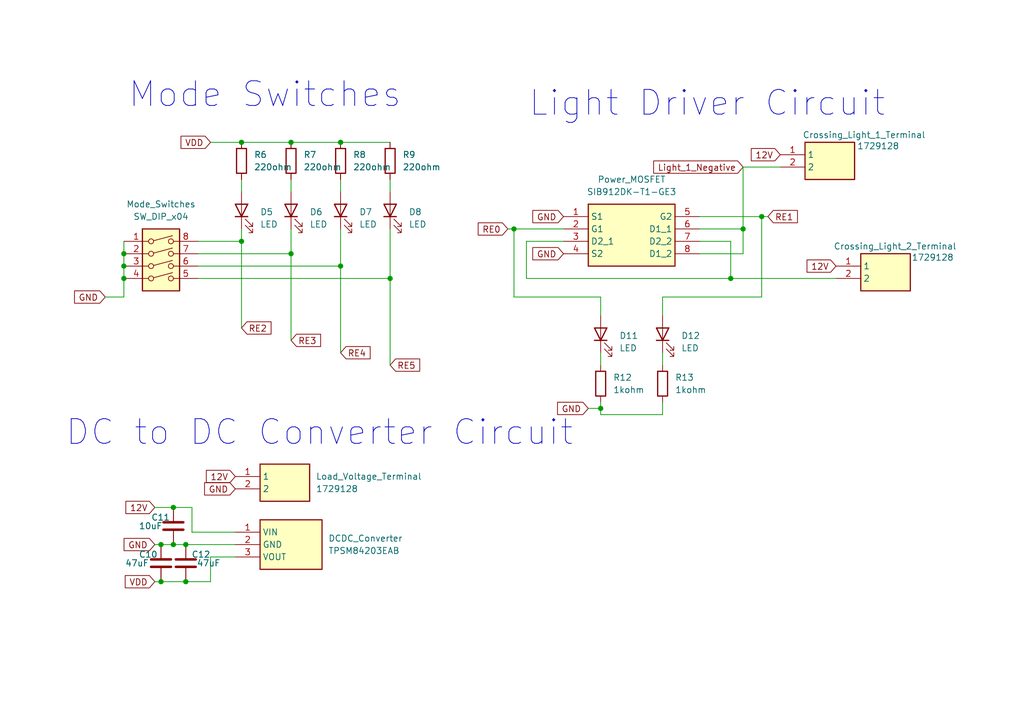
<source format=kicad_sch>
(kicad_sch (version 20231120) (generator "eeschema") (generator_version "8.0")
  (paper "A5")
  (title_block (title "Schematic for Train Detection and Warning System PCB") (date "2025-04-07") (rev "2") (company "Weber State University"))
  (lib_symbols
    (symbol "Device:C" (pin_numbers hide) (pin_names (offset 0.254))
      (property "Reference" "C" (at 0.635 2.54 0))
      (property "Value" "C" (at 0.635 -2.54 0))
      (symbol "C_0_1"
        (polyline (pts (xy -2.032 -0.762) (xy 2.032 -0.762)) (stroke (width 0.508)))
        (polyline (pts (xy -2.032 0.762) (xy 2.032 0.762)) (stroke (width 0.508)))
      )
      (symbol "C_1_1"
        (pin passive line (at 0 3.81 270) (length 2.794) (name "~") (number "1"))
        (pin passive line (at 0 -3.81 90) (length 2.794) (name "~") (number "2"))
      )
    )
    (symbol "Device:LED" (pin_numbers hide) (pin_names (offset 1.016) hide)
      (property "Reference" "D" (at 0 2.54 0))
      (property "Value" "LED" (at 0 -2.54 0))
      (symbol "LED_0_1"
        (polyline (pts (xy -1.27 -1.27) (xy -1.27 1.27)) (stroke (width 0.254)))
        (polyline (pts (xy -1.27 0) (xy 1.27 0)))
        (polyline (pts (xy 1.27 -1.27) (xy 1.27 1.27) (xy -1.27 0) (xy 1.27 -1.27)) (stroke (width 0.254)))
        (polyline (pts (xy -3.048 -0.762) (xy -4.572 -2.286) (xy -3.81 -2.286) (xy -4.572 -2.286) (xy -4.572 -1.524)))
        (polyline (pts (xy -1.778 -0.762) (xy -3.302 -2.286) (xy -2.54 -2.286) (xy -3.302 -2.286) (xy -3.302 -1.524)))
      )
      (symbol "LED_1_1"
        (pin passive line (at -3.81 0 0) (length 2.54) (name "K") (number "1"))
        (pin passive line (at 3.81 0 180) (length 2.54) (name "A") (number "2"))
      )
    )
    (symbol "Device:R" (pin_numbers hide) (pin_names (offset 0))
      (property "Reference" "R" (at 2.032 0 90))
      (property "Value" "R" (at 0 0 90))
      (symbol "R_0_1"
        (rectangle (start -1.016 -2.54) (end 1.016 2.54) (stroke (width 0.254)))
      )
      (symbol "R_1_1"
        (pin passive line (at 0 3.81 270) (length 1.27) (name "~") (number "1"))
        (pin passive line (at 0 -3.81 90) (length 1.27) (name "~") (number "2"))
      )
    )
    (symbol "SIB912DK-T1-GE3:SIB912DK-T1-GE3"
      (property "Reference" "Q" (at 24.13 7.62 0))
      (property "Value" "SIB912DK-T1-GE3" (at 24.13 5.08 0))
      (symbol "SIB912DK-T1-GE3_1_1"
        (rectangle (start 5.08 2.54) (end 22.86 -10.16) (stroke (width 0.254)) (fill (type background)))
        (pin passive line (at 0 0 0) (length 5.08) (name "S1") (number "1"))
        (pin passive line (at 0 -2.54 0) (length 5.08) (name "G1") (number "2"))
        (pin passive line (at 0 -5.08 0) (length 5.08) (name "D2_1") (number "3"))
        (pin passive line (at 0 -7.62 0) (length 5.08) (name "S2") (number "4"))
        (pin passive line (at 27.94 0 180) (length 5.08) (name "G2") (number "5"))
        (pin passive line (at 27.94 -2.54 180) (length 5.08) (name "D1_1") (number "6"))
        (pin passive line (at 27.94 -5.08 180) (length 5.08) (name "D2_2") (number "7"))
        (pin passive line (at 27.94 -7.62 180) (length 5.08) (name "D1_2") (number "8"))
      )
    )
    (symbol "Screw_Terminal_Symbols:1729128"
      (property "Reference" "J" (at 16.51 7.62 0))
      (property "Value" "1729128" (at 16.51 5.08 0))
      (symbol "1729128_1_1"
        (rectangle (start 5.08 2.54) (end 15.24 -5.08) (stroke (width 0.254)) (fill (type background)))
        (pin passive line (at 0 0 0) (length 5.08) (name "1") (number "1"))
        (pin passive line (at 0 -2.54 0) (length 5.08) (name "2") (number "2"))
      )
    )
    (symbol "Step_Down_Voltage:TPSM84203EAB"
      (property "Reference" "PS" (at 19.05 7.62 0))
      (property "Value" "TPSM84203EAB" (at 19.05 5.08 0))
      (symbol "TPSM84203EAB_1_1"
        (rectangle (start 5.08 2.54) (end 17.78 -7.62) (stroke (width 0.254)) (fill (type background)))
        (pin passive line (at 0 0 0) (length 5.08) (name "VIN") (number "1"))
        (pin passive line (at 0 -2.54 0) (length 5.08) (name "GND") (number "2"))
        (pin passive line (at 0 -5.08 0) (length 5.08) (name "VOUT") (number "3"))
      )
    )
    (symbol "Switch:SW_DIP_x04" (pin_names (offset 0) hide)
      (property "Reference" "SW" (at 0 8.89 0))
      (property "Value" "SW_DIP_x04" (at 0 -6.35 0))
      (symbol "SW_DIP_x04_0_0"
        (circle (center -2.032 -2.54) (radius 0.508))
        (circle (center -2.032 0) (radius 0.508))
        (circle (center -2.032 2.54) (radius 0.508))
        (circle (center -2.032 5.08) (radius 0.508))
        (polyline (pts (xy -1.524 -2.3876) (xy 2.3622 -1.3462)))
        (polyline (pts (xy -1.524 0.127) (xy 2.3622 1.1684)))
        (polyline (pts (xy -1.524 2.667) (xy 2.3622 3.7084)))
        (polyline (pts (xy -1.524 5.207) (xy 2.3622 6.2484)))
        (circle (center 2.032 -2.54) (radius 0.508))
        (circle (center 2.032 0) (radius 0.508))
        (circle (center 2.032 2.54) (radius 0.508))
        (circle (center 2.032 5.08) (radius 0.508))
      )
      (symbol "SW_DIP_x04_0_1"
        (rectangle (start -3.81 7.62) (end 3.81 -5.08) (stroke (width 0.254)) (fill (type background)))
      )
      (symbol "SW_DIP_x04_1_1"
        (pin passive line (at -7.62 5.08 0) (length 5.08) (name "~") (number "1"))
        (pin passive line (at -7.62 2.54 0) (length 5.08) (name "~") (number "2"))
        (pin passive line (at -7.62 0 0) (length 5.08) (name "~") (number "3"))
        (pin passive line (at -7.62 -2.54 0) (length 5.08) (name "~") (number "4"))
        (pin passive line (at 7.62 -2.54 180) (length 5.08) (name "~") (number "5"))
        (pin passive line (at 7.62 0 180) (length 5.08) (name "~") (number "6"))
        (pin passive line (at 7.62 2.54 180) (length 5.08) (name "~") (number "7"))
        (pin passive line (at 7.62 5.08 180) (length 5.08) (name "~") (number "8"))
      )
    )
  )
  (junction (at 35.56 104.14))
  (junction (at 33.02 111.76))
  (junction (at 25.4 52.07))
  (junction (at 59.69 29.21))
  (junction (at 105.41 46.99))
  (junction (at 80.01 57.15))
  (junction (at 49.53 49.53))
  (junction (at 25.4 54.61))
  (junction (at 152.4 46.99))
  (junction (at 25.4 57.15))
  (junction (at 156.21 44.45))
  (junction (at 59.69 52.07))
  (junction (at 123.19 83.82))
  (junction (at 69.85 54.61))
  (junction (at 69.85 29.21))
  (junction (at 38.1 119.38))
  (junction (at 149.86 57.15))
  (junction (at 38.1 111.76))
  (junction (at 33.02 119.38))
  (junction (at 35.56 111.76))
  (junction (at 49.53 29.21))
  (wire (pts (xy 135.89 72.39) (xy 135.89 74.93)))
  (wire (pts (xy 143.51 49.53) (xy 149.86 49.53)))
  (wire (pts (xy 43.18 29.21) (xy 49.53 29.21)))
  (wire (pts (xy 152.4 34.29) (xy 160.02 34.29)))
  (wire (pts (xy 49.53 46.99) (xy 49.53 49.53)))
  (wire (pts (xy 40.64 54.61) (xy 69.85 54.61)))
  (wire (pts (xy 69.85 46.99) (xy 69.85 54.61)))
  (wire (pts (xy 59.69 36.83) (xy 59.69 39.37)))
  (wire (pts (xy 21.59 60.96) (xy 25.4 60.96)))
  (wire (pts (xy 69.85 54.61) (xy 69.85 72.39)))
  (wire (pts (xy 152.4 52.07) (xy 152.4 46.99)))
  (wire (pts (xy 123.19 82.55) (xy 123.19 83.82)))
  (wire (pts (xy 107.95 49.53) (xy 107.95 57.15)))
  (wire (pts (xy 25.4 60.96) (xy 25.4 57.15)))
  (wire (pts (xy 149.86 49.53) (xy 149.86 57.15)))
  (wire (pts (xy 35.56 104.14) (xy 39.37 104.14)))
  (wire (pts (xy 69.85 29.21) (xy 80.01 29.21)))
  (wire (pts (xy 123.19 83.82) (xy 123.19 85.09)))
  (wire (pts (xy 135.89 60.96) (xy 156.21 60.96)))
  (wire (pts (xy 31.75 111.76) (xy 33.02 111.76)))
  (wire (pts (xy 135.89 60.96) (xy 135.89 64.77)))
  (wire (pts (xy 35.56 111.76) (xy 38.1 111.76)))
  (wire (pts (xy 149.86 57.15) (xy 171.45 57.15)))
  (wire (pts (xy 49.53 49.53) (xy 49.53 67.31)))
  (wire (pts (xy 107.95 57.15) (xy 149.86 57.15)))
  (wire (pts (xy 69.85 36.83) (xy 69.85 39.37)))
  (wire (pts (xy 40.64 52.07) (xy 59.69 52.07)))
  (wire (pts (xy 80.01 46.99) (xy 80.01 57.15)))
  (wire (pts (xy 123.19 72.39) (xy 123.19 74.93)))
  (wire (pts (xy 39.37 104.14) (xy 39.37 109.22)))
  (wire (pts (xy 25.4 57.15) (xy 25.4 54.61)))
  (wire (pts (xy 123.19 85.09) (xy 135.89 85.09)))
  (wire (pts (xy 49.53 29.21) (xy 59.69 29.21)))
  (wire (pts (xy 39.37 109.22) (xy 48.26 109.22)))
  (wire (pts (xy 59.69 29.21) (xy 69.85 29.21)))
  (wire (pts (xy 33.02 119.38) (xy 38.1 119.38)))
  (wire (pts (xy 31.75 119.38) (xy 33.02 119.38)))
  (wire (pts (xy 33.02 111.76) (xy 35.56 111.76)))
  (wire (pts (xy 80.01 36.83) (xy 80.01 39.37)))
  (wire (pts (xy 40.64 49.53) (xy 49.53 49.53)))
  (wire (pts (xy 48.26 114.3) (xy 43.18 114.3)))
  (wire (pts (xy 43.18 119.38) (xy 38.1 119.38)))
  (wire (pts (xy 40.64 57.15) (xy 80.01 57.15)))
  (wire (pts (xy 143.51 46.99) (xy 152.4 46.99)))
  (wire (pts (xy 135.89 85.09) (xy 135.89 82.55)))
  (wire (pts (xy 152.4 46.99) (xy 152.4 34.29)))
  (wire (pts (xy 31.75 104.14) (xy 35.56 104.14)))
  (wire (pts (xy 156.21 44.45) (xy 143.51 44.45)))
  (wire (pts (xy 157.48 44.45) (xy 156.21 44.45)))
  (wire (pts (xy 105.41 46.99) (xy 115.57 46.99)))
  (wire (pts (xy 38.1 111.76) (xy 48.26 111.76)))
  (wire (pts (xy 49.53 36.83) (xy 49.53 39.37)))
  (wire (pts (xy 43.18 114.3) (xy 43.18 119.38)))
  (wire (pts (xy 105.41 60.96) (xy 105.41 46.99)))
  (wire (pts (xy 104.14 46.99) (xy 105.41 46.99)))
  (wire (pts (xy 156.21 60.96) (xy 156.21 44.45)))
  (wire (pts (xy 25.4 54.61) (xy 25.4 52.07)))
  (wire (pts (xy 59.69 52.07) (xy 59.69 69.85)))
  (wire (pts (xy 25.4 52.07) (xy 25.4 49.53)))
  (wire (pts (xy 59.69 46.99) (xy 59.69 52.07)))
  (wire (pts (xy 143.51 52.07) (xy 152.4 52.07)))
  (wire (pts (xy 120.65 83.82) (xy 123.19 83.82)))
  (wire (pts (xy 123.19 60.96) (xy 123.19 64.77)))
  (wire (pts (xy 107.95 49.53) (xy 115.57 49.53)))
  (wire (pts (xy 80.01 57.15) (xy 80.01 74.93)))
  (wire (pts (xy 123.19 60.96) (xy 105.41 60.96)))
  (text "Mode Switches" (at 54.356 19.558 0) (effects (font (size 5.08 5.08))))
  (text "Light Driver Circuit" (at 145.034 21.336 0) (effects (font (size 5.08 5.08))))
  (text "DC to DC Converter Circuit" (at 65.532 88.9 0) (effects (font (size 5.08 5.08))))
  (global_label "12V" (shape input) (at 171.45 54.61 180) (property "Intersheetrefs" "${INTERSHEET_REFS}" (effects (hide yes))))
  (global_label "12V" (shape input) (at 160.02 31.75 180) (property "Intersheetrefs" "${INTERSHEET_REFS}" (effects (hide yes))))
  (global_label "12V" (shape input) (at 48.26 97.79 180) (property "Intersheetrefs" "${INTERSHEET_REFS}" (effects (hide yes))))
  (global_label "RE5" (shape input) (at 80.01 74.93 0) (property "Intersheetrefs" "${INTERSHEET_REFS}" (effects (hide yes))))
  (global_label "RE1" (shape input) (at 157.48 44.45 0) (property "Intersheetrefs" "${INTERSHEET_REFS}" (effects (hide yes))))
  (global_label "GND" (shape input) (at 21.59 60.96 180) (property "Intersheetrefs" "${INTERSHEET_REFS}" (effects (hide yes))))
  (global_label "VDD" (shape input) (at 31.75 119.38 180) (property "Intersheetrefs" "${INTERSHEET_REFS}" (effects (hide yes))))
  (global_label "RE0" (shape input) (at 104.14 46.99 180) (property "Intersheetrefs" "${INTERSHEET_REFS}" (effects (hide yes))))
  (global_label "GND" (shape input) (at 31.75 111.76 180) (property "Intersheetrefs" "${INTERSHEET_REFS}" (effects (hide yes))))
  (global_label "RE4" (shape input) (at 69.85 72.39 0) (property "Intersheetrefs" "${INTERSHEET_REFS}" (effects (hide yes))))
  (global_label "RE3" (shape input) (at 59.69 69.85 0) (property "Intersheetrefs" "${INTERSHEET_REFS}" (effects (hide yes))))
  (global_label "Light_1_Negative" (shape input) (at 152.4 34.29 180) (property "Intersheetrefs" "${INTERSHEET_REFS}" (effects (hide yes))))
  (global_label "VDD" (shape input) (at 43.18 29.21 180) (property "Intersheetrefs" "${INTERSHEET_REFS}" (effects (hide yes))))
  (global_label "RE2" (shape input) (at 49.53 67.31 0) (property "Intersheetrefs" "${INTERSHEET_REFS}" (effects (hide yes))))
  (global_label "GND" (shape input) (at 115.57 44.45 180) (property "Intersheetrefs" "${INTERSHEET_REFS}" (effects (hide yes))))
  (global_label "GND" (shape input) (at 115.57 52.07 180) (property "Intersheetrefs" "${INTERSHEET_REFS}" (effects (hide yes))))
  (global_label "GND" (shape input) (at 120.65 83.82 180) (property "Intersheetrefs" "${INTERSHEET_REFS}" (effects (hide yes))))
  (global_label "12V" (shape input) (at 31.75 104.14 180) (property "Intersheetrefs" "${INTERSHEET_REFS}" (effects (hide yes))))
  (global_label "GND" (shape input) (at 48.26 100.33 180) (property "Intersheetrefs" "${INTERSHEET_REFS}" (effects (hide yes))))
  (symbol (lib_id "Step_Down_Voltage:TPSM84203EAB") (at 48.26 109.22 0) (unit 1)
    (property "Reference" "DCDC_Converter" (at 67.31 110.4899 0) (effects (justify left)))
    (property "Value" "TPSM84203EAB" (at 67.31 113.0299 0) (effects (justify left)))
    (property "Footprint" "Step_Down_Voltage:TPSM84203EAB" (effects (hide yes)))
    (property "Datasheet" "http://www.ti.com/lit/gpn/tpsm84203" (effects (hide yes)))
    (property "Description" "1.5A, 28V Input, 3.3V Output, TO-220 Power Module" (effects (hide yes)))
    (property "Height" "11.1" (effects (hide yes)))
    (property "Mouser Part Number" "595-TPSM84203EAB" (effects (hide yes)))
    (property "Mouser Price/Stock" "https://www.mouser.co.uk/ProductDetail/Texas-Instruments/TPSM84203EAB?qs=EU6FO9ffTwdvD6IyQBtt5A%3D%3D" (effects (hide yes)))
    (property "Manufacturer_Name" "Texas Instruments" (effects (hide yes)))
    (property "Manufacturer_Part_Number" "TPSM84203EAB" (effects (hide yes)))
  )
  (symbol (lib_id "Device:C") (at 35.56 107.95 0) (unit 1)
    (property "Reference" "C11" (at 30.988 106.172 0) (effects (justify left)))
    (property "Value" "10uF" (at 28.448 107.95 0) (effects (justify left)))
    (property "Footprint" "Capacitor_SMD:C_0603_1608Metric" (effects (hide yes)))
    (property "Description" "Unpolarized capacitor" (effects (hide yes)))
  )
  (symbol (lib_id "Device:LED") (at 69.85 43.18 90) (unit 1)
    (property "Reference" "D7" (at 73.66 43.4974 90) (effects (justify right)))
    (property "Value" "LED" (at 73.66 46.0374 90) (effects (justify right)))
    (property "Footprint" "LED_THT:LED_D5.0mm" (effects (hide yes)))
    (property "Description" "Light emitting diode" (effects (hide yes)))
  )
  (symbol (lib_id "Device:C") (at 38.1 115.57 180) (unit 1)
    (property "Reference" "C12" (at 43.18 113.792 0) (effects (justify left)))
    (property "Value" "47uF" (at 45.212 115.57 0) (effects (justify left)))
    (property "Footprint" "Capacitor_SMD:C_1210_3225Metric" (effects (hide yes)))
    (property "Description" "Unpolarized capacitor" (effects (hide yes)))
  )
  (symbol (lib_id "Device:LED") (at 49.53 43.18 90) (unit 1)
    (property "Reference" "D5" (at 53.34 43.4974 90) (effects (justify right)))
    (property "Value" "LED" (at 53.34 46.0374 90) (effects (justify right)))
    (property "Footprint" "LED_THT:LED_D5.0mm" (effects (hide yes)))
    (property "Description" "Light emitting diode" (effects (hide yes)))
  )
  (symbol (lib_id "Device:LED") (at 59.69 43.18 90) (unit 1)
    (property "Reference" "D6" (at 63.5 43.4974 90) (effects (justify right)))
    (property "Value" "LED" (at 63.5 46.0374 90) (effects (justify right)))
    (property "Footprint" "LED_THT:LED_D5.0mm" (effects (hide yes)))
    (property "Description" "Light emitting diode" (effects (hide yes)))
  )
  (symbol (lib_id "Device:R") (at 135.89 78.74 0) (unit 1)
    (property "Reference" "R13" (at 138.43 77.4699 0) (effects (justify left)))
    (property "Value" "1kohm" (at 138.43 80.0099 0) (effects (justify left)))
    (property "Footprint" "Resistor_SMD:R_0603_1608Metric" (effects (hide yes)))
    (property "Description" "Resistor" (effects (hide yes)))
  )
  (symbol (lib_id "SIB912DK-T1-GE3:SIB912DK-T1-GE3") (at 115.57 44.45 0) (unit 1)
    (property "Reference" "Power_MOSFET" (at 129.54 36.83 0))
    (property "Value" "SIB912DK-T1-GE3" (at 129.54 39.37 0))
    (property "Footprint" "Power_MOSFET:SIB912DKT1GE3" (effects (hide yes)))
    (property "Datasheet" "http://www.vishay.com/docs/68883/sib912dk.pdf" (effects (hide yes)))
    (property "Description" "MOSFET 20V Vds 8V Vgs PowerPAK SC-75" (effects (hide yes)))
    (property "Height" "0.85" (effects (hide yes)))
    (property "Mouser Part Number" "781-SIB912DK-GE3" (effects (hide yes)))
    (property "Mouser Price/Stock" "https://www.mouser.co.uk/ProductDetail/Vishay-Siliconix/SIB912DK-T1-GE3?qs=%252BPu8jn5UVnHGMKmKFaGqHw%3D%3D" (effects (hide yes)))
    (property "Manufacturer_Name" "Vishay" (effects (hide yes)))
    (property "Manufacturer_Part_Number" "SIB912DK-T1-GE3" (effects (hide yes)))
  )
  (symbol (lib_id "Device:C") (at 33.02 115.57 0) (unit 1)
    (property "Reference" "C10" (at 28.448 113.792 0) (effects (justify left)))
    (property "Value" "47uF" (at 25.654 115.57 0) (effects (justify left)))
    (property "Footprint" "Capacitor_SMD:C_1210_3225Metric" (effects (hide yes)))
    (property "Description" "Unpolarized capacitor" (effects (hide yes)))
  )
  (symbol (lib_id "Screw_Terminal_Symbols:1729128") (at 160.02 31.75 0) (unit 1)
    (property "Reference" "Crossing_Light_1_Terminal" (at 164.592 27.686 0) (effects (justify left)))
    (property "Value" "1729128" (at 175.768 29.972 0) (effects (justify left)))
    (property "Footprint" "Screw_Terminal:1729128" (effects (hide yes)))
    (property "Datasheet" "http://www.phoenixcontact.net/product/1729128" (effects (hide yes)))
    (property "Description" "PCB terminal block, nominal current: 13.5 A, rated voltage (III/2): 400 V, nominal cross section: 1.5 mm?, Number of potentials: 2, Number of rows: 1, Number of positions per row: 2, product range: MKDSN 1,5, pitch: 5.08 mm, connection method: Screw connection with tension sleeve, mounting: Wave soldering, conductor/PCB connection direction: 0 ?, color: green, Pin layout: Linear pinning, Solder pin [P]: 3.5 mm, type of packaging: packed in cardboard" (effects (hide yes)))
    (property "Height" "10.15" (effects (hide yes)))
    (property "Mouser Part Number" "651-1729128" (effects (hide yes)))
    (property "Mouser Price/Stock" "https://www.mouser.co.uk/ProductDetail/Phoenix-Contact/1729128?qs=GFUSqQMLmmnCBVBY3dts9w%3D%3D" (effects (hide yes)))
    (property "Manufacturer_Name" "Phoenix Contact" (effects (hide yes)))
    (property "Manufacturer_Part_Number" "1729128" (effects (hide yes)))
  )
  (symbol (lib_id "Device:R") (at 80.01 33.02 0) (unit 1)
    (property "Reference" "R9" (at 82.55 31.7499 0) (effects (justify left)))
    (property "Value" "220ohm" (at 82.55 34.2899 0) (effects (justify left)))
    (property "Footprint" "Resistor_SMD:R_0603_1608Metric" (effects (hide yes)))
    (property "Description" "Resistor" (effects (hide yes)))
  )
  (symbol (lib_id "Device:LED") (at 135.89 68.58 90) (unit 1)
    (property "Reference" "D12" (at 139.7 68.8974 90) (effects (justify right)))
    (property "Value" "LED" (at 139.7 71.4374 90) (effects (justify right)))
    (property "Footprint" "LED_THT:LED_D5.0mm" (effects (hide yes)))
    (property "Description" "Light emitting diode" (effects (hide yes)))
  )
  (symbol (lib_id "Device:LED") (at 123.19 68.58 90) (unit 1)
    (property "Reference" "D11" (at 127 68.8974 90) (effects (justify right)))
    (property "Value" "LED" (at 127 71.4374 90) (effects (justify right)))
    (property "Footprint" "LED_THT:LED_D5.0mm" (effects (hide yes)))
    (property "Description" "Light emitting diode" (effects (hide yes)))
  )
  (symbol (lib_id "Device:LED") (at 80.01 43.18 90) (unit 1)
    (property "Reference" "D8" (at 83.82 43.4974 90) (effects (justify right)))
    (property "Value" "LED" (at 83.82 46.0374 90) (effects (justify right)))
    (property "Footprint" "LED_THT:LED_D5.0mm" (effects (hide yes)))
    (property "Description" "Light emitting diode" (effects (hide yes)))
  )
  (symbol (lib_id "Device:R") (at 49.53 33.02 0) (unit 1)
    (property "Reference" "R6" (at 52.07 31.7499 0) (effects (justify left)))
    (property "Value" "220ohm" (at 52.07 34.2899 0) (effects (justify left)))
    (property "Footprint" "Resistor_SMD:R_0603_1608Metric" (effects (hide yes)))
    (property "Description" "Resistor" (effects (hide yes)))
  )
  (symbol (lib_id "Screw_Terminal_Symbols:1729128") (at 171.45 54.61 0) (unit 1)
    (property "Reference" "Crossing_Light_2_Terminal" (at 170.942 50.546 0) (effects (justify left)))
    (property "Value" "1729128" (at 186.944 52.832 0) (effects (justify left)))
    (property "Footprint" "Screw_Terminal:1729128" (effects (hide yes)))
    (property "Datasheet" "http://www.phoenixcontact.net/product/1729128" (effects (hide yes)))
    (property "Description" "PCB terminal block, nominal current: 13.5 A, rated voltage (III/2): 400 V, nominal cross section: 1.5 mm?, Number of potentials: 2, Number of rows: 1, Number of positions per row: 2, product range: MKDSN 1,5, pitch: 5.08 mm, connection method: Screw connection with tension sleeve, mounting: Wave soldering, conductor/PCB connection direction: 0 ?, color: green, Pin layout: Linear pinning, Solder pin [P]: 3.5 mm, type of packaging: packed in cardboard" (effects (hide yes)))
    (property "Height" "10.15" (effects (hide yes)))
    (property "Mouser Part Number" "651-1729128" (effects (hide yes)))
    (property "Mouser Price/Stock" "https://www.mouser.co.uk/ProductDetail/Phoenix-Contact/1729128?qs=GFUSqQMLmmnCBVBY3dts9w%3D%3D" (effects (hide yes)))
    (property "Manufacturer_Name" "Phoenix Contact" (effects (hide yes)))
    (property "Manufacturer_Part_Number" "1729128" (effects (hide yes)))
  )
  (symbol (lib_id "Device:R") (at 69.85 33.02 0) (unit 1)
    (property "Reference" "R8" (at 72.39 31.7499 0) (effects (justify left)))
    (property "Value" "220ohm" (at 72.39 34.2899 0) (effects (justify left)))
    (property "Footprint" "Resistor_SMD:R_0603_1608Metric" (effects (hide yes)))
    (property "Description" "Resistor" (effects (hide yes)))
  )
  (symbol (lib_id "Switch:SW_DIP_x04") (at 33.02 54.61 0) (unit 1)
    (property "Reference" "Mode_Switches" (at 33.02 41.91 0))
    (property "Value" "SW_DIP_x04" (at 33.02 44.45 0))
    (property "Footprint" "Button_Switch_THT:SW_DIP_SPSTx04_Piano_10.8x11.72mm_W7.62mm_P2.54mm" (effects (hide yes)))
    (property "Description" "4x DIP Switch, Single Pole Single Throw (SPST) switch, small symbol" (effects (hide yes)))
  )
  (symbol (lib_id "Device:R") (at 59.69 33.02 0) (unit 1)
    (property "Reference" "R7" (at 62.23 31.7499 0) (effects (justify left)))
    (property "Value" "220ohm" (at 62.23 34.2899 0) (effects (justify left)))
    (property "Footprint" "Resistor_SMD:R_0603_1608Metric" (effects (hide yes)))
    (property "Description" "Resistor" (effects (hide yes)))
  )
  (symbol (lib_id "Screw_Terminal_Symbols:1729128") (at 48.26 97.79 0) (unit 1)
    (property "Reference" "Load_Voltage_Terminal" (at 64.77 97.7899 0) (effects (justify left)))
    (property "Value" "1729128" (at 64.77 100.3299 0) (effects (justify left)))
    (property "Footprint" "Screw_Terminal:1729128" (effects (hide yes)))
    (property "Datasheet" "http://www.phoenixcontact.net/product/1729128" (effects (hide yes)))
    (property "Description" "PCB terminal block, nominal current: 13.5 A, rated voltage (III/2): 400 V, nominal cross section: 1.5 mm?, Number of potentials: 2, Number of rows: 1, Number of positions per row: 2, product range: MKDSN 1,5, pitch: 5.08 mm, connection method: Screw connection with tension sleeve, mounting: Wave soldering, conductor/PCB connection direction: 0 ?, color: green, Pin layout: Linear pinning, Solder pin [P]: 3.5 mm, type of packaging: packed in cardboard" (effects (hide yes)))
    (property "Height" "10.15" (effects (hide yes)))
    (property "Mouser Part Number" "651-1729128" (effects (hide yes)))
    (property "Mouser Price/Stock" "https://www.mouser.co.uk/ProductDetail/Phoenix-Contact/1729128?qs=GFUSqQMLmmnCBVBY3dts9w%3D%3D" (effects (hide yes)))
    (property "Manufacturer_Name" "Phoenix Contact" (effects (hide yes)))
    (property "Manufacturer_Part_Number" "1729128" (effects (hide yes)))
  )
  (symbol (lib_id "Device:R") (at 123.19 78.74 0) (unit 1)
    (property "Reference" "R12" (at 125.73 77.4699 0) (effects (justify left)))
    (property "Value" "1kohm" (at 125.73 80.0099 0) (effects (justify left)))
    (property "Footprint" "Resistor_SMD:R_0603_1608Metric" (effects (hide yes)))
    (property "Description" "Resistor" (effects (hide yes)))
  )
)
</source>
